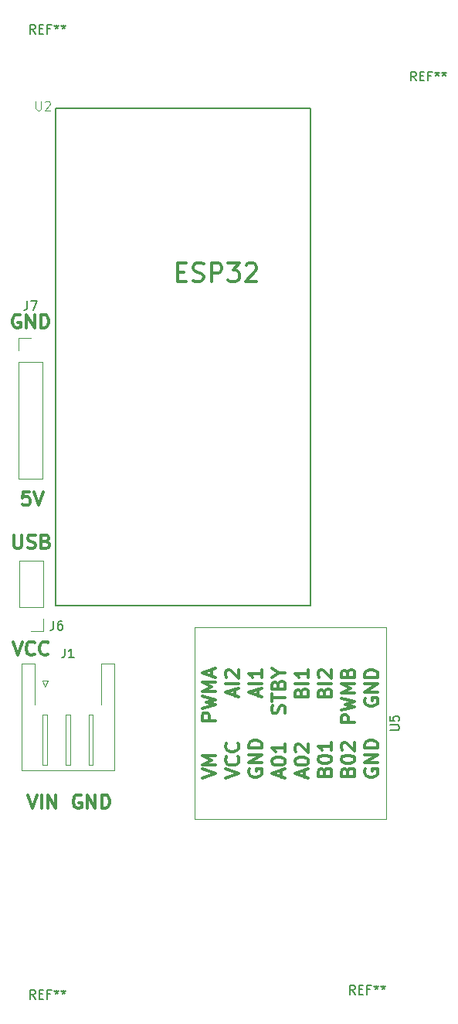
<source format=gto>
G04 #@! TF.GenerationSoftware,KiCad,Pcbnew,5.1.6-c6e7f7d~87~ubuntu20.04.1*
G04 #@! TF.CreationDate,2020-08-06T14:23:34-04:00*
G04 #@! TF.ProjectId,Buoy_WithoutGSM,42756f79-5f57-4697-9468-6f757447534d,Leonardo Ward*
G04 #@! TF.SameCoordinates,Original*
G04 #@! TF.FileFunction,Legend,Top*
G04 #@! TF.FilePolarity,Positive*
%FSLAX46Y46*%
G04 Gerber Fmt 4.6, Leading zero omitted, Abs format (unit mm)*
G04 Created by KiCad (PCBNEW 5.1.6-c6e7f7d~87~ubuntu20.04.1) date 2020-08-06 14:23:34*
%MOMM*%
%LPD*%
G01*
G04 APERTURE LIST*
%ADD10C,0.300000*%
%ADD11C,0.127000*%
%ADD12C,0.120000*%
%ADD13C,0.150000*%
%ADD14C,0.015000*%
G04 APERTURE END LIST*
D10*
X136467885Y-103674171D02*
X135753600Y-103674171D01*
X135682171Y-104388457D01*
X135753600Y-104317028D01*
X135896457Y-104245600D01*
X136253600Y-104245600D01*
X136396457Y-104317028D01*
X136467885Y-104388457D01*
X136539314Y-104531314D01*
X136539314Y-104888457D01*
X136467885Y-105031314D01*
X136396457Y-105102742D01*
X136253600Y-105174171D01*
X135896457Y-105174171D01*
X135753600Y-105102742D01*
X135682171Y-105031314D01*
X136967885Y-103674171D02*
X137467885Y-105174171D01*
X137967885Y-103674171D01*
X135432942Y-84340000D02*
X135290085Y-84268571D01*
X135075800Y-84268571D01*
X134861514Y-84340000D01*
X134718657Y-84482857D01*
X134647228Y-84625714D01*
X134575800Y-84911428D01*
X134575800Y-85125714D01*
X134647228Y-85411428D01*
X134718657Y-85554285D01*
X134861514Y-85697142D01*
X135075800Y-85768571D01*
X135218657Y-85768571D01*
X135432942Y-85697142D01*
X135504371Y-85625714D01*
X135504371Y-85125714D01*
X135218657Y-85125714D01*
X136147228Y-85768571D02*
X136147228Y-84268571D01*
X137004371Y-85768571D01*
X137004371Y-84268571D01*
X137718657Y-85768571D02*
X137718657Y-84268571D01*
X138075800Y-84268571D01*
X138290085Y-84340000D01*
X138432942Y-84482857D01*
X138504371Y-84625714D01*
X138575800Y-84911428D01*
X138575800Y-85125714D01*
X138504371Y-85411428D01*
X138432942Y-85554285D01*
X138290085Y-85697142D01*
X138075800Y-85768571D01*
X137718657Y-85768571D01*
X134759142Y-108398571D02*
X134759142Y-109612857D01*
X134830571Y-109755714D01*
X134902000Y-109827142D01*
X135044857Y-109898571D01*
X135330571Y-109898571D01*
X135473428Y-109827142D01*
X135544857Y-109755714D01*
X135616285Y-109612857D01*
X135616285Y-108398571D01*
X136259142Y-109827142D02*
X136473428Y-109898571D01*
X136830571Y-109898571D01*
X136973428Y-109827142D01*
X137044857Y-109755714D01*
X137116285Y-109612857D01*
X137116285Y-109470000D01*
X137044857Y-109327142D01*
X136973428Y-109255714D01*
X136830571Y-109184285D01*
X136544857Y-109112857D01*
X136402000Y-109041428D01*
X136330571Y-108970000D01*
X136259142Y-108827142D01*
X136259142Y-108684285D01*
X136330571Y-108541428D01*
X136402000Y-108470000D01*
X136544857Y-108398571D01*
X136902000Y-108398571D01*
X137116285Y-108470000D01*
X138259142Y-109112857D02*
X138473428Y-109184285D01*
X138544857Y-109255714D01*
X138616285Y-109398571D01*
X138616285Y-109612857D01*
X138544857Y-109755714D01*
X138473428Y-109827142D01*
X138330571Y-109898571D01*
X137759142Y-109898571D01*
X137759142Y-108398571D01*
X138259142Y-108398571D01*
X138402000Y-108470000D01*
X138473428Y-108541428D01*
X138544857Y-108684285D01*
X138544857Y-108827142D01*
X138473428Y-108970000D01*
X138402000Y-109041428D01*
X138259142Y-109112857D01*
X137759142Y-109112857D01*
X134652000Y-120082571D02*
X135152000Y-121582571D01*
X135652000Y-120082571D01*
X137009142Y-121439714D02*
X136937714Y-121511142D01*
X136723428Y-121582571D01*
X136580571Y-121582571D01*
X136366285Y-121511142D01*
X136223428Y-121368285D01*
X136152000Y-121225428D01*
X136080571Y-120939714D01*
X136080571Y-120725428D01*
X136152000Y-120439714D01*
X136223428Y-120296857D01*
X136366285Y-120154000D01*
X136580571Y-120082571D01*
X136723428Y-120082571D01*
X136937714Y-120154000D01*
X137009142Y-120225428D01*
X138509142Y-121439714D02*
X138437714Y-121511142D01*
X138223428Y-121582571D01*
X138080571Y-121582571D01*
X137866285Y-121511142D01*
X137723428Y-121368285D01*
X137652000Y-121225428D01*
X137580571Y-120939714D01*
X137580571Y-120725428D01*
X137652000Y-120439714D01*
X137723428Y-120296857D01*
X137866285Y-120154000D01*
X138080571Y-120082571D01*
X138223428Y-120082571D01*
X138437714Y-120154000D01*
X138509142Y-120225428D01*
X142113142Y-136918000D02*
X141970285Y-136846571D01*
X141756000Y-136846571D01*
X141541714Y-136918000D01*
X141398857Y-137060857D01*
X141327428Y-137203714D01*
X141256000Y-137489428D01*
X141256000Y-137703714D01*
X141327428Y-137989428D01*
X141398857Y-138132285D01*
X141541714Y-138275142D01*
X141756000Y-138346571D01*
X141898857Y-138346571D01*
X142113142Y-138275142D01*
X142184571Y-138203714D01*
X142184571Y-137703714D01*
X141898857Y-137703714D01*
X142827428Y-138346571D02*
X142827428Y-136846571D01*
X143684571Y-138346571D01*
X143684571Y-136846571D01*
X144398857Y-138346571D02*
X144398857Y-136846571D01*
X144756000Y-136846571D01*
X144970285Y-136918000D01*
X145113142Y-137060857D01*
X145184571Y-137203714D01*
X145256000Y-137489428D01*
X145256000Y-137703714D01*
X145184571Y-137989428D01*
X145113142Y-138132285D01*
X144970285Y-138275142D01*
X144756000Y-138346571D01*
X144398857Y-138346571D01*
X136279142Y-136846571D02*
X136779142Y-138346571D01*
X137279142Y-136846571D01*
X137779142Y-138346571D02*
X137779142Y-136846571D01*
X138493428Y-138346571D02*
X138493428Y-136846571D01*
X139350571Y-138346571D01*
X139350571Y-136846571D01*
X152686285Y-79613142D02*
X153352952Y-79613142D01*
X153638666Y-80660761D02*
X152686285Y-80660761D01*
X152686285Y-78660761D01*
X153638666Y-78660761D01*
X154400571Y-80565523D02*
X154686285Y-80660761D01*
X155162476Y-80660761D01*
X155352952Y-80565523D01*
X155448190Y-80470285D01*
X155543428Y-80279809D01*
X155543428Y-80089333D01*
X155448190Y-79898857D01*
X155352952Y-79803619D01*
X155162476Y-79708380D01*
X154781523Y-79613142D01*
X154591047Y-79517904D01*
X154495809Y-79422666D01*
X154400571Y-79232190D01*
X154400571Y-79041714D01*
X154495809Y-78851238D01*
X154591047Y-78756000D01*
X154781523Y-78660761D01*
X155257714Y-78660761D01*
X155543428Y-78756000D01*
X156400571Y-80660761D02*
X156400571Y-78660761D01*
X157162476Y-78660761D01*
X157352952Y-78756000D01*
X157448190Y-78851238D01*
X157543428Y-79041714D01*
X157543428Y-79327428D01*
X157448190Y-79517904D01*
X157352952Y-79613142D01*
X157162476Y-79708380D01*
X156400571Y-79708380D01*
X158210095Y-78660761D02*
X159448190Y-78660761D01*
X158781523Y-79422666D01*
X159067238Y-79422666D01*
X159257714Y-79517904D01*
X159352952Y-79613142D01*
X159448190Y-79803619D01*
X159448190Y-80279809D01*
X159352952Y-80470285D01*
X159257714Y-80565523D01*
X159067238Y-80660761D01*
X158495809Y-80660761D01*
X158305333Y-80565523D01*
X158210095Y-80470285D01*
X160210095Y-78851238D02*
X160305333Y-78756000D01*
X160495809Y-78660761D01*
X160972000Y-78660761D01*
X161162476Y-78756000D01*
X161257714Y-78851238D01*
X161352952Y-79041714D01*
X161352952Y-79232190D01*
X161257714Y-79517904D01*
X160114857Y-80660761D01*
X161352952Y-80660761D01*
D11*
X139360001Y-116143001D02*
X139360001Y-61743001D01*
X139360001Y-61743001D02*
X167260001Y-61743001D01*
X167260001Y-61743001D02*
X167260001Y-116143001D01*
X167260001Y-116143001D02*
X139360001Y-116143001D01*
D12*
X138476000Y-124392000D02*
X138176000Y-124992000D01*
X137876000Y-124392000D02*
X138476000Y-124392000D01*
X138176000Y-124992000D02*
X137876000Y-124392000D01*
X143426000Y-128092000D02*
X142926000Y-128092000D01*
X143426000Y-133592000D02*
X143426000Y-128092000D01*
X142926000Y-133592000D02*
X143426000Y-133592000D01*
X142926000Y-128092000D02*
X142926000Y-133592000D01*
X140926000Y-128092000D02*
X140426000Y-128092000D01*
X140926000Y-133592000D02*
X140926000Y-128092000D01*
X140426000Y-133592000D02*
X140926000Y-133592000D01*
X140426000Y-128092000D02*
X140426000Y-133592000D01*
X138426000Y-128092000D02*
X137926000Y-128092000D01*
X138426000Y-133592000D02*
X138426000Y-128092000D01*
X137926000Y-133592000D02*
X138426000Y-133592000D01*
X137926000Y-128092000D02*
X137926000Y-133592000D01*
X144316000Y-122482000D02*
X144316000Y-126982000D01*
X145736000Y-122482000D02*
X144316000Y-122482000D01*
X145736000Y-134202000D02*
X145736000Y-122482000D01*
X140676000Y-134202000D02*
X145736000Y-134202000D01*
X137036000Y-122482000D02*
X137036000Y-126982000D01*
X135616000Y-122482000D02*
X137036000Y-122482000D01*
X135616000Y-134202000D02*
X135616000Y-122482000D01*
X140676000Y-134202000D02*
X135616000Y-134202000D01*
X154600000Y-118532000D02*
X154600000Y-139532000D01*
X175600000Y-118532000D02*
X154600000Y-118532000D01*
X175600000Y-139532000D02*
X175600000Y-118532000D01*
X154600000Y-139532000D02*
X175600000Y-139532000D01*
X137982000Y-111192000D02*
X135322000Y-111192000D01*
X137982000Y-116332000D02*
X137982000Y-111192000D01*
X135322000Y-116332000D02*
X135322000Y-111192000D01*
X137982000Y-116332000D02*
X135322000Y-116332000D01*
X137982000Y-117602000D02*
X137982000Y-118932000D01*
X137982000Y-118932000D02*
X136652000Y-118932000D01*
X135245800Y-86858800D02*
X136575800Y-86858800D01*
X135245800Y-88188800D02*
X135245800Y-86858800D01*
X135245800Y-89458800D02*
X137905800Y-89458800D01*
X137905800Y-89458800D02*
X137905800Y-102218800D01*
X135245800Y-89458800D02*
X135245800Y-102218800D01*
X135245800Y-102218800D02*
X137905800Y-102218800D01*
D13*
X178828866Y-58694580D02*
X178495533Y-58218390D01*
X178257438Y-58694580D02*
X178257438Y-57694580D01*
X178638390Y-57694580D01*
X178733628Y-57742200D01*
X178781247Y-57789819D01*
X178828866Y-57885057D01*
X178828866Y-58027914D01*
X178781247Y-58123152D01*
X178733628Y-58170771D01*
X178638390Y-58218390D01*
X178257438Y-58218390D01*
X179257438Y-58170771D02*
X179590771Y-58170771D01*
X179733628Y-58694580D02*
X179257438Y-58694580D01*
X179257438Y-57694580D01*
X179733628Y-57694580D01*
X180495533Y-58170771D02*
X180162200Y-58170771D01*
X180162200Y-58694580D02*
X180162200Y-57694580D01*
X180638390Y-57694580D01*
X181162200Y-57694580D02*
X181162200Y-57932676D01*
X180924104Y-57837438D02*
X181162200Y-57932676D01*
X181400295Y-57837438D01*
X181019342Y-58123152D02*
X181162200Y-57932676D01*
X181305057Y-58123152D01*
X181924104Y-57694580D02*
X181924104Y-57932676D01*
X181686009Y-57837438D02*
X181924104Y-57932676D01*
X182162200Y-57837438D01*
X181781247Y-58123152D02*
X181924104Y-57932676D01*
X182066961Y-58123152D01*
X137096666Y-53538380D02*
X136763333Y-53062190D01*
X136525238Y-53538380D02*
X136525238Y-52538380D01*
X136906190Y-52538380D01*
X137001428Y-52586000D01*
X137049047Y-52633619D01*
X137096666Y-52728857D01*
X137096666Y-52871714D01*
X137049047Y-52966952D01*
X137001428Y-53014571D01*
X136906190Y-53062190D01*
X136525238Y-53062190D01*
X137525238Y-53014571D02*
X137858571Y-53014571D01*
X138001428Y-53538380D02*
X137525238Y-53538380D01*
X137525238Y-52538380D01*
X138001428Y-52538380D01*
X138763333Y-53014571D02*
X138430000Y-53014571D01*
X138430000Y-53538380D02*
X138430000Y-52538380D01*
X138906190Y-52538380D01*
X139430000Y-52538380D02*
X139430000Y-52776476D01*
X139191904Y-52681238D02*
X139430000Y-52776476D01*
X139668095Y-52681238D01*
X139287142Y-52966952D02*
X139430000Y-52776476D01*
X139572857Y-52966952D01*
X140191904Y-52538380D02*
X140191904Y-52776476D01*
X139953809Y-52681238D02*
X140191904Y-52776476D01*
X140430000Y-52681238D01*
X140049047Y-52966952D02*
X140191904Y-52776476D01*
X140334761Y-52966952D01*
X172148666Y-158694380D02*
X171815333Y-158218190D01*
X171577238Y-158694380D02*
X171577238Y-157694380D01*
X171958190Y-157694380D01*
X172053428Y-157742000D01*
X172101047Y-157789619D01*
X172148666Y-157884857D01*
X172148666Y-158027714D01*
X172101047Y-158122952D01*
X172053428Y-158170571D01*
X171958190Y-158218190D01*
X171577238Y-158218190D01*
X172577238Y-158170571D02*
X172910571Y-158170571D01*
X173053428Y-158694380D02*
X172577238Y-158694380D01*
X172577238Y-157694380D01*
X173053428Y-157694380D01*
X173815333Y-158170571D02*
X173482000Y-158170571D01*
X173482000Y-158694380D02*
X173482000Y-157694380D01*
X173958190Y-157694380D01*
X174482000Y-157694380D02*
X174482000Y-157932476D01*
X174243904Y-157837238D02*
X174482000Y-157932476D01*
X174720095Y-157837238D01*
X174339142Y-158122952D02*
X174482000Y-157932476D01*
X174624857Y-158122952D01*
X175243904Y-157694380D02*
X175243904Y-157932476D01*
X175005809Y-157837238D02*
X175243904Y-157932476D01*
X175482000Y-157837238D01*
X175101047Y-158122952D02*
X175243904Y-157932476D01*
X175386761Y-158122952D01*
X137096666Y-159202380D02*
X136763333Y-158726190D01*
X136525238Y-159202380D02*
X136525238Y-158202380D01*
X136906190Y-158202380D01*
X137001428Y-158250000D01*
X137049047Y-158297619D01*
X137096666Y-158392857D01*
X137096666Y-158535714D01*
X137049047Y-158630952D01*
X137001428Y-158678571D01*
X136906190Y-158726190D01*
X136525238Y-158726190D01*
X137525238Y-158678571D02*
X137858571Y-158678571D01*
X138001428Y-159202380D02*
X137525238Y-159202380D01*
X137525238Y-158202380D01*
X138001428Y-158202380D01*
X138763333Y-158678571D02*
X138430000Y-158678571D01*
X138430000Y-159202380D02*
X138430000Y-158202380D01*
X138906190Y-158202380D01*
X139430000Y-158202380D02*
X139430000Y-158440476D01*
X139191904Y-158345238D02*
X139430000Y-158440476D01*
X139668095Y-158345238D01*
X139287142Y-158630952D02*
X139430000Y-158440476D01*
X139572857Y-158630952D01*
X140191904Y-158202380D02*
X140191904Y-158440476D01*
X139953809Y-158345238D02*
X140191904Y-158440476D01*
X140430000Y-158345238D01*
X140049047Y-158630952D02*
X140191904Y-158440476D01*
X140334761Y-158630952D01*
D14*
X137159801Y-60920169D02*
X137159801Y-61730005D01*
X137207438Y-61825280D01*
X137255076Y-61872918D01*
X137350350Y-61920555D01*
X137540900Y-61920555D01*
X137636175Y-61872918D01*
X137683812Y-61825280D01*
X137731450Y-61730005D01*
X137731450Y-60920169D01*
X138160187Y-61015444D02*
X138207824Y-60967807D01*
X138303099Y-60920169D01*
X138541286Y-60920169D01*
X138636561Y-60967807D01*
X138684198Y-61015444D01*
X138731836Y-61110719D01*
X138731836Y-61205994D01*
X138684198Y-61348906D01*
X138112549Y-61920555D01*
X138731836Y-61920555D01*
D13*
X140342666Y-120844380D02*
X140342666Y-121558666D01*
X140295047Y-121701523D01*
X140199809Y-121796761D01*
X140056952Y-121844380D01*
X139961714Y-121844380D01*
X141342666Y-121844380D02*
X140771238Y-121844380D01*
X141056952Y-121844380D02*
X141056952Y-120844380D01*
X140961714Y-120987238D01*
X140866476Y-121082476D01*
X140771238Y-121130095D01*
X175982380Y-129793904D02*
X176791904Y-129793904D01*
X176887142Y-129746285D01*
X176934761Y-129698666D01*
X176982380Y-129603428D01*
X176982380Y-129412952D01*
X176934761Y-129317714D01*
X176887142Y-129270095D01*
X176791904Y-129222476D01*
X175982380Y-129222476D01*
X175982380Y-128270095D02*
X175982380Y-128746285D01*
X176458571Y-128793904D01*
X176410952Y-128746285D01*
X176363333Y-128651047D01*
X176363333Y-128412952D01*
X176410952Y-128317714D01*
X176458571Y-128270095D01*
X176553809Y-128222476D01*
X176791904Y-128222476D01*
X176887142Y-128270095D01*
X176934761Y-128317714D01*
X176982380Y-128412952D01*
X176982380Y-128651047D01*
X176934761Y-128746285D01*
X176887142Y-128793904D01*
D10*
X155388571Y-135044142D02*
X156888571Y-134544142D01*
X155388571Y-134044142D01*
X156888571Y-133544142D02*
X155388571Y-133544142D01*
X156460000Y-133044142D01*
X155388571Y-132544142D01*
X156888571Y-132544142D01*
X157928571Y-135044142D02*
X159428571Y-134544142D01*
X157928571Y-134044142D01*
X159285714Y-132687000D02*
X159357142Y-132758428D01*
X159428571Y-132972714D01*
X159428571Y-133115571D01*
X159357142Y-133329857D01*
X159214285Y-133472714D01*
X159071428Y-133544142D01*
X158785714Y-133615571D01*
X158571428Y-133615571D01*
X158285714Y-133544142D01*
X158142857Y-133472714D01*
X158000000Y-133329857D01*
X157928571Y-133115571D01*
X157928571Y-132972714D01*
X158000000Y-132758428D01*
X158071428Y-132687000D01*
X159285714Y-131187000D02*
X159357142Y-131258428D01*
X159428571Y-131472714D01*
X159428571Y-131615571D01*
X159357142Y-131829857D01*
X159214285Y-131972714D01*
X159071428Y-132044142D01*
X158785714Y-132115571D01*
X158571428Y-132115571D01*
X158285714Y-132044142D01*
X158142857Y-131972714D01*
X158000000Y-131829857D01*
X157928571Y-131615571D01*
X157928571Y-131472714D01*
X158000000Y-131258428D01*
X158071428Y-131187000D01*
X160540000Y-134044142D02*
X160468571Y-134187000D01*
X160468571Y-134401285D01*
X160540000Y-134615571D01*
X160682857Y-134758428D01*
X160825714Y-134829857D01*
X161111428Y-134901285D01*
X161325714Y-134901285D01*
X161611428Y-134829857D01*
X161754285Y-134758428D01*
X161897142Y-134615571D01*
X161968571Y-134401285D01*
X161968571Y-134258428D01*
X161897142Y-134044142D01*
X161825714Y-133972714D01*
X161325714Y-133972714D01*
X161325714Y-134258428D01*
X161968571Y-133329857D02*
X160468571Y-133329857D01*
X161968571Y-132472714D01*
X160468571Y-132472714D01*
X161968571Y-131758428D02*
X160468571Y-131758428D01*
X160468571Y-131401285D01*
X160540000Y-131187000D01*
X160682857Y-131044142D01*
X160825714Y-130972714D01*
X161111428Y-130901285D01*
X161325714Y-130901285D01*
X161611428Y-130972714D01*
X161754285Y-131044142D01*
X161897142Y-131187000D01*
X161968571Y-131401285D01*
X161968571Y-131758428D01*
X164080000Y-134901285D02*
X164080000Y-134187000D01*
X164508571Y-135044142D02*
X163008571Y-134544142D01*
X164508571Y-134044142D01*
X163008571Y-133258428D02*
X163008571Y-133115571D01*
X163080000Y-132972714D01*
X163151428Y-132901285D01*
X163294285Y-132829857D01*
X163580000Y-132758428D01*
X163937142Y-132758428D01*
X164222857Y-132829857D01*
X164365714Y-132901285D01*
X164437142Y-132972714D01*
X164508571Y-133115571D01*
X164508571Y-133258428D01*
X164437142Y-133401285D01*
X164365714Y-133472714D01*
X164222857Y-133544142D01*
X163937142Y-133615571D01*
X163580000Y-133615571D01*
X163294285Y-133544142D01*
X163151428Y-133472714D01*
X163080000Y-133401285D01*
X163008571Y-133258428D01*
X164508571Y-131329857D02*
X164508571Y-132187000D01*
X164508571Y-131758428D02*
X163008571Y-131758428D01*
X163222857Y-131901285D01*
X163365714Y-132044142D01*
X163437142Y-132187000D01*
X166620000Y-134901285D02*
X166620000Y-134187000D01*
X167048571Y-135044142D02*
X165548571Y-134544142D01*
X167048571Y-134044142D01*
X165548571Y-133258428D02*
X165548571Y-133115571D01*
X165620000Y-132972714D01*
X165691428Y-132901285D01*
X165834285Y-132829857D01*
X166120000Y-132758428D01*
X166477142Y-132758428D01*
X166762857Y-132829857D01*
X166905714Y-132901285D01*
X166977142Y-132972714D01*
X167048571Y-133115571D01*
X167048571Y-133258428D01*
X166977142Y-133401285D01*
X166905714Y-133472714D01*
X166762857Y-133544142D01*
X166477142Y-133615571D01*
X166120000Y-133615571D01*
X165834285Y-133544142D01*
X165691428Y-133472714D01*
X165620000Y-133401285D01*
X165548571Y-133258428D01*
X165691428Y-132187000D02*
X165620000Y-132115571D01*
X165548571Y-131972714D01*
X165548571Y-131615571D01*
X165620000Y-131472714D01*
X165691428Y-131401285D01*
X165834285Y-131329857D01*
X165977142Y-131329857D01*
X166191428Y-131401285D01*
X167048571Y-132258428D01*
X167048571Y-131329857D01*
X168802857Y-134329857D02*
X168874285Y-134115571D01*
X168945714Y-134044142D01*
X169088571Y-133972714D01*
X169302857Y-133972714D01*
X169445714Y-134044142D01*
X169517142Y-134115571D01*
X169588571Y-134258428D01*
X169588571Y-134829857D01*
X168088571Y-134829857D01*
X168088571Y-134329857D01*
X168160000Y-134187000D01*
X168231428Y-134115571D01*
X168374285Y-134044142D01*
X168517142Y-134044142D01*
X168660000Y-134115571D01*
X168731428Y-134187000D01*
X168802857Y-134329857D01*
X168802857Y-134829857D01*
X168088571Y-133044142D02*
X168088571Y-132901285D01*
X168160000Y-132758428D01*
X168231428Y-132687000D01*
X168374285Y-132615571D01*
X168660000Y-132544142D01*
X169017142Y-132544142D01*
X169302857Y-132615571D01*
X169445714Y-132687000D01*
X169517142Y-132758428D01*
X169588571Y-132901285D01*
X169588571Y-133044142D01*
X169517142Y-133187000D01*
X169445714Y-133258428D01*
X169302857Y-133329857D01*
X169017142Y-133401285D01*
X168660000Y-133401285D01*
X168374285Y-133329857D01*
X168231428Y-133258428D01*
X168160000Y-133187000D01*
X168088571Y-133044142D01*
X169588571Y-131115571D02*
X169588571Y-131972714D01*
X169588571Y-131544142D02*
X168088571Y-131544142D01*
X168302857Y-131687000D01*
X168445714Y-131829857D01*
X168517142Y-131972714D01*
X171342857Y-134329857D02*
X171414285Y-134115571D01*
X171485714Y-134044142D01*
X171628571Y-133972714D01*
X171842857Y-133972714D01*
X171985714Y-134044142D01*
X172057142Y-134115571D01*
X172128571Y-134258428D01*
X172128571Y-134829857D01*
X170628571Y-134829857D01*
X170628571Y-134329857D01*
X170700000Y-134187000D01*
X170771428Y-134115571D01*
X170914285Y-134044142D01*
X171057142Y-134044142D01*
X171200000Y-134115571D01*
X171271428Y-134187000D01*
X171342857Y-134329857D01*
X171342857Y-134829857D01*
X170628571Y-133044142D02*
X170628571Y-132901285D01*
X170700000Y-132758428D01*
X170771428Y-132687000D01*
X170914285Y-132615571D01*
X171200000Y-132544142D01*
X171557142Y-132544142D01*
X171842857Y-132615571D01*
X171985714Y-132687000D01*
X172057142Y-132758428D01*
X172128571Y-132901285D01*
X172128571Y-133044142D01*
X172057142Y-133187000D01*
X171985714Y-133258428D01*
X171842857Y-133329857D01*
X171557142Y-133401285D01*
X171200000Y-133401285D01*
X170914285Y-133329857D01*
X170771428Y-133258428D01*
X170700000Y-133187000D01*
X170628571Y-133044142D01*
X170771428Y-131972714D02*
X170700000Y-131901285D01*
X170628571Y-131758428D01*
X170628571Y-131401285D01*
X170700000Y-131258428D01*
X170771428Y-131187000D01*
X170914285Y-131115571D01*
X171057142Y-131115571D01*
X171271428Y-131187000D01*
X172128571Y-132044142D01*
X172128571Y-131115571D01*
X173240000Y-134044142D02*
X173168571Y-134187000D01*
X173168571Y-134401285D01*
X173240000Y-134615571D01*
X173382857Y-134758428D01*
X173525714Y-134829857D01*
X173811428Y-134901285D01*
X174025714Y-134901285D01*
X174311428Y-134829857D01*
X174454285Y-134758428D01*
X174597142Y-134615571D01*
X174668571Y-134401285D01*
X174668571Y-134258428D01*
X174597142Y-134044142D01*
X174525714Y-133972714D01*
X174025714Y-133972714D01*
X174025714Y-134258428D01*
X174668571Y-133329857D02*
X173168571Y-133329857D01*
X174668571Y-132472714D01*
X173168571Y-132472714D01*
X174668571Y-131758428D02*
X173168571Y-131758428D01*
X173168571Y-131401285D01*
X173240000Y-131187000D01*
X173382857Y-131044142D01*
X173525714Y-130972714D01*
X173811428Y-130901285D01*
X174025714Y-130901285D01*
X174311428Y-130972714D01*
X174454285Y-131044142D01*
X174597142Y-131187000D01*
X174668571Y-131401285D01*
X174668571Y-131758428D01*
X156888571Y-128734142D02*
X155388571Y-128734142D01*
X155388571Y-128162714D01*
X155460000Y-128019857D01*
X155531428Y-127948428D01*
X155674285Y-127877000D01*
X155888571Y-127877000D01*
X156031428Y-127948428D01*
X156102857Y-128019857D01*
X156174285Y-128162714D01*
X156174285Y-128734142D01*
X155388571Y-127377000D02*
X156888571Y-127019857D01*
X155817142Y-126734142D01*
X156888571Y-126448428D01*
X155388571Y-126091285D01*
X156888571Y-125519857D02*
X155388571Y-125519857D01*
X156460000Y-125019857D01*
X155388571Y-124519857D01*
X156888571Y-124519857D01*
X156460000Y-123877000D02*
X156460000Y-123162714D01*
X156888571Y-124019857D02*
X155388571Y-123519857D01*
X156888571Y-123019857D01*
X159000000Y-126019857D02*
X159000000Y-125305571D01*
X159428571Y-126162714D02*
X157928571Y-125662714D01*
X159428571Y-125162714D01*
X159428571Y-124662714D02*
X157928571Y-124662714D01*
X158071428Y-124019857D02*
X158000000Y-123948428D01*
X157928571Y-123805571D01*
X157928571Y-123448428D01*
X158000000Y-123305571D01*
X158071428Y-123234142D01*
X158214285Y-123162714D01*
X158357142Y-123162714D01*
X158571428Y-123234142D01*
X159428571Y-124091285D01*
X159428571Y-123162714D01*
X161540000Y-126019857D02*
X161540000Y-125305571D01*
X161968571Y-126162714D02*
X160468571Y-125662714D01*
X161968571Y-125162714D01*
X161968571Y-124662714D02*
X160468571Y-124662714D01*
X161968571Y-123162714D02*
X161968571Y-124019857D01*
X161968571Y-123591285D02*
X160468571Y-123591285D01*
X160682857Y-123734142D01*
X160825714Y-123877000D01*
X160897142Y-124019857D01*
X164437142Y-127948428D02*
X164508571Y-127734142D01*
X164508571Y-127377000D01*
X164437142Y-127234142D01*
X164365714Y-127162714D01*
X164222857Y-127091285D01*
X164080000Y-127091285D01*
X163937142Y-127162714D01*
X163865714Y-127234142D01*
X163794285Y-127377000D01*
X163722857Y-127662714D01*
X163651428Y-127805571D01*
X163580000Y-127877000D01*
X163437142Y-127948428D01*
X163294285Y-127948428D01*
X163151428Y-127877000D01*
X163080000Y-127805571D01*
X163008571Y-127662714D01*
X163008571Y-127305571D01*
X163080000Y-127091285D01*
X163008571Y-126662714D02*
X163008571Y-125805571D01*
X164508571Y-126234142D02*
X163008571Y-126234142D01*
X163722857Y-124805571D02*
X163794285Y-124591285D01*
X163865714Y-124519857D01*
X164008571Y-124448428D01*
X164222857Y-124448428D01*
X164365714Y-124519857D01*
X164437142Y-124591285D01*
X164508571Y-124734142D01*
X164508571Y-125305571D01*
X163008571Y-125305571D01*
X163008571Y-124805571D01*
X163080000Y-124662714D01*
X163151428Y-124591285D01*
X163294285Y-124519857D01*
X163437142Y-124519857D01*
X163580000Y-124591285D01*
X163651428Y-124662714D01*
X163722857Y-124805571D01*
X163722857Y-125305571D01*
X163794285Y-123519857D02*
X164508571Y-123519857D01*
X163008571Y-124019857D02*
X163794285Y-123519857D01*
X163008571Y-123019857D01*
X166262857Y-125662714D02*
X166334285Y-125448428D01*
X166405714Y-125377000D01*
X166548571Y-125305571D01*
X166762857Y-125305571D01*
X166905714Y-125377000D01*
X166977142Y-125448428D01*
X167048571Y-125591285D01*
X167048571Y-126162714D01*
X165548571Y-126162714D01*
X165548571Y-125662714D01*
X165620000Y-125519857D01*
X165691428Y-125448428D01*
X165834285Y-125377000D01*
X165977142Y-125377000D01*
X166120000Y-125448428D01*
X166191428Y-125519857D01*
X166262857Y-125662714D01*
X166262857Y-126162714D01*
X167048571Y-124662714D02*
X165548571Y-124662714D01*
X167048571Y-123162714D02*
X167048571Y-124019857D01*
X167048571Y-123591285D02*
X165548571Y-123591285D01*
X165762857Y-123734142D01*
X165905714Y-123877000D01*
X165977142Y-124019857D01*
X168802857Y-125662714D02*
X168874285Y-125448428D01*
X168945714Y-125377000D01*
X169088571Y-125305571D01*
X169302857Y-125305571D01*
X169445714Y-125377000D01*
X169517142Y-125448428D01*
X169588571Y-125591285D01*
X169588571Y-126162714D01*
X168088571Y-126162714D01*
X168088571Y-125662714D01*
X168160000Y-125519857D01*
X168231428Y-125448428D01*
X168374285Y-125377000D01*
X168517142Y-125377000D01*
X168660000Y-125448428D01*
X168731428Y-125519857D01*
X168802857Y-125662714D01*
X168802857Y-126162714D01*
X169588571Y-124662714D02*
X168088571Y-124662714D01*
X168231428Y-124019857D02*
X168160000Y-123948428D01*
X168088571Y-123805571D01*
X168088571Y-123448428D01*
X168160000Y-123305571D01*
X168231428Y-123234142D01*
X168374285Y-123162714D01*
X168517142Y-123162714D01*
X168731428Y-123234142D01*
X169588571Y-124091285D01*
X169588571Y-123162714D01*
X172128571Y-128948428D02*
X170628571Y-128948428D01*
X170628571Y-128377000D01*
X170700000Y-128234142D01*
X170771428Y-128162714D01*
X170914285Y-128091285D01*
X171128571Y-128091285D01*
X171271428Y-128162714D01*
X171342857Y-128234142D01*
X171414285Y-128377000D01*
X171414285Y-128948428D01*
X170628571Y-127591285D02*
X172128571Y-127234142D01*
X171057142Y-126948428D01*
X172128571Y-126662714D01*
X170628571Y-126305571D01*
X172128571Y-125734142D02*
X170628571Y-125734142D01*
X171700000Y-125234142D01*
X170628571Y-124734142D01*
X172128571Y-124734142D01*
X171342857Y-123519857D02*
X171414285Y-123305571D01*
X171485714Y-123234142D01*
X171628571Y-123162714D01*
X171842857Y-123162714D01*
X171985714Y-123234142D01*
X172057142Y-123305571D01*
X172128571Y-123448428D01*
X172128571Y-124019857D01*
X170628571Y-124019857D01*
X170628571Y-123519857D01*
X170700000Y-123377000D01*
X170771428Y-123305571D01*
X170914285Y-123234142D01*
X171057142Y-123234142D01*
X171200000Y-123305571D01*
X171271428Y-123377000D01*
X171342857Y-123519857D01*
X171342857Y-124019857D01*
X173240000Y-126305571D02*
X173168571Y-126448428D01*
X173168571Y-126662714D01*
X173240000Y-126877000D01*
X173382857Y-127019857D01*
X173525714Y-127091285D01*
X173811428Y-127162714D01*
X174025714Y-127162714D01*
X174311428Y-127091285D01*
X174454285Y-127019857D01*
X174597142Y-126877000D01*
X174668571Y-126662714D01*
X174668571Y-126519857D01*
X174597142Y-126305571D01*
X174525714Y-126234142D01*
X174025714Y-126234142D01*
X174025714Y-126519857D01*
X174668571Y-125591285D02*
X173168571Y-125591285D01*
X174668571Y-124734142D01*
X173168571Y-124734142D01*
X174668571Y-124019857D02*
X173168571Y-124019857D01*
X173168571Y-123662714D01*
X173240000Y-123448428D01*
X173382857Y-123305571D01*
X173525714Y-123234142D01*
X173811428Y-123162714D01*
X174025714Y-123162714D01*
X174311428Y-123234142D01*
X174454285Y-123305571D01*
X174597142Y-123448428D01*
X174668571Y-123662714D01*
X174668571Y-124019857D01*
D13*
X139112666Y-117816380D02*
X139112666Y-118530666D01*
X139065047Y-118673523D01*
X138969809Y-118768761D01*
X138826952Y-118816380D01*
X138731714Y-118816380D01*
X140017428Y-117816380D02*
X139826952Y-117816380D01*
X139731714Y-117864000D01*
X139684095Y-117911619D01*
X139588857Y-118054476D01*
X139541238Y-118244952D01*
X139541238Y-118625904D01*
X139588857Y-118721142D01*
X139636476Y-118768761D01*
X139731714Y-118816380D01*
X139922190Y-118816380D01*
X140017428Y-118768761D01*
X140065047Y-118721142D01*
X140112666Y-118625904D01*
X140112666Y-118387809D01*
X140065047Y-118292571D01*
X140017428Y-118244952D01*
X139922190Y-118197333D01*
X139731714Y-118197333D01*
X139636476Y-118244952D01*
X139588857Y-118292571D01*
X139541238Y-118387809D01*
X136217066Y-82764380D02*
X136217066Y-83478666D01*
X136169447Y-83621523D01*
X136074209Y-83716761D01*
X135931352Y-83764380D01*
X135836114Y-83764380D01*
X136598019Y-82764380D02*
X137264685Y-82764380D01*
X136836114Y-83764380D01*
M02*

</source>
